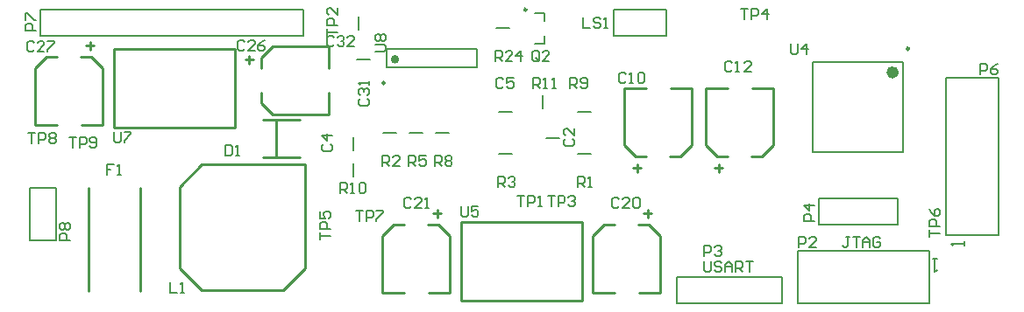
<source format=gto>
G04 Layer_Color=65535*
%FSLAX25Y25*%
%MOIN*%
G70*
G01*
G75*
%ADD25C,0.00800*%
%ADD39C,0.00984*%
%ADD40C,0.01575*%
%ADD41C,0.02362*%
%ADD42C,0.00787*%
%ADD43C,0.01000*%
D25*
X206668Y65666D02*
X206001Y64999D01*
Y63666D01*
X206668Y63000D01*
X209334D01*
X210000Y63666D01*
Y64999D01*
X209334Y65666D01*
X210000Y69665D02*
Y66999D01*
X207334Y69665D01*
X206668D01*
X206001Y68998D01*
Y67665D01*
X206668Y66999D01*
X114668Y63666D02*
X114001Y62999D01*
Y61666D01*
X114668Y61000D01*
X117333D01*
X118000Y61666D01*
Y62999D01*
X117333Y63666D01*
X118000Y66998D02*
X114001D01*
X116001Y64999D01*
Y67664D01*
X183166Y88332D02*
X182499Y88999D01*
X181167D01*
X180500Y88332D01*
Y85666D01*
X181167Y85000D01*
X182499D01*
X183166Y85666D01*
X187164Y88999D02*
X184499D01*
Y86999D01*
X185832Y87666D01*
X186498D01*
X187164Y86999D01*
Y85666D01*
X186498Y85000D01*
X185165D01*
X184499Y85666D01*
X229666Y90332D02*
X228999Y90999D01*
X227666D01*
X227000Y90332D01*
Y87666D01*
X227666Y87000D01*
X228999D01*
X229666Y87666D01*
X230999Y87000D02*
X232332D01*
X231665D01*
Y90999D01*
X230999Y90332D01*
X234331D02*
X234997Y90999D01*
X236330D01*
X236997Y90332D01*
Y87666D01*
X236330Y87000D01*
X234997D01*
X234331Y87666D01*
Y90332D01*
X270166Y94832D02*
X269499Y95499D01*
X268166D01*
X267500Y94832D01*
Y92166D01*
X268166Y91500D01*
X269499D01*
X270166Y92166D01*
X271499Y91500D02*
X272832D01*
X272165D01*
Y95499D01*
X271499Y94832D01*
X277497Y91500D02*
X274831D01*
X277497Y94166D01*
Y94832D01*
X276830Y95499D01*
X275497D01*
X274831Y94832D01*
X227166Y42832D02*
X226499Y43499D01*
X225166D01*
X224500Y42832D01*
Y40166D01*
X225166Y39500D01*
X226499D01*
X227166Y40166D01*
X231165Y39500D02*
X228499D01*
X231165Y42166D01*
Y42832D01*
X230498Y43499D01*
X229165D01*
X228499Y42832D01*
X232497D02*
X233164Y43499D01*
X234497D01*
X235163Y42832D01*
Y40166D01*
X234497Y39500D01*
X233164D01*
X232497Y40166D01*
Y42832D01*
X148166D02*
X147499Y43499D01*
X146167D01*
X145500Y42832D01*
Y40166D01*
X146167Y39500D01*
X147499D01*
X148166Y40166D01*
X152164Y39500D02*
X149499D01*
X152164Y42166D01*
Y42832D01*
X151498Y43499D01*
X150165D01*
X149499Y42832D01*
X153497Y39500D02*
X154830D01*
X154164D01*
Y43499D01*
X153497Y42832D01*
X84666Y102832D02*
X83999Y103499D01*
X82666D01*
X82000Y102832D01*
Y100166D01*
X82666Y99500D01*
X83999D01*
X84666Y100166D01*
X88665Y99500D02*
X85999D01*
X88665Y102166D01*
Y102832D01*
X87998Y103499D01*
X86665D01*
X85999Y102832D01*
X92663Y103499D02*
X91330Y102832D01*
X89997Y101499D01*
Y100166D01*
X90664Y99500D01*
X91997D01*
X92663Y100166D01*
Y100833D01*
X91997Y101499D01*
X89997D01*
X4666Y102332D02*
X3999Y102999D01*
X2667D01*
X2000Y102332D01*
Y99666D01*
X2667Y99000D01*
X3999D01*
X4666Y99666D01*
X8664Y99000D02*
X5999D01*
X8664Y101666D01*
Y102332D01*
X7998Y102999D01*
X6665D01*
X5999Y102332D01*
X9997Y102999D02*
X12663D01*
Y102332D01*
X9997Y99666D01*
Y99000D01*
X128668Y81166D02*
X128001Y80499D01*
Y79166D01*
X128668Y78500D01*
X131333D01*
X132000Y79166D01*
Y80499D01*
X131333Y81166D01*
X128668Y82499D02*
X128001Y83165D01*
Y84498D01*
X128668Y85164D01*
X129334D01*
X130001Y84498D01*
Y83832D01*
Y84498D01*
X130667Y85164D01*
X131333D01*
X132000Y84498D01*
Y83165D01*
X131333Y82499D01*
X132000Y86497D02*
Y87830D01*
Y87164D01*
X128001D01*
X128668Y86497D01*
X118666Y104324D02*
X117999Y104991D01*
X116666D01*
X116000Y104324D01*
Y101659D01*
X116666Y100992D01*
X117999D01*
X118666Y101659D01*
X119999Y104324D02*
X120665Y104991D01*
X121998D01*
X122664Y104324D01*
Y103658D01*
X121998Y102991D01*
X121332D01*
X121998D01*
X122664Y102325D01*
Y101659D01*
X121998Y100992D01*
X120665D01*
X119999Y101659D01*
X126663Y100992D02*
X123997D01*
X126663Y103658D01*
Y104324D01*
X125997Y104991D01*
X124664D01*
X123997Y104324D01*
X77500Y63499D02*
Y59500D01*
X79499D01*
X80166Y60166D01*
Y62832D01*
X79499Y63499D01*
X77500D01*
X81499Y59500D02*
X82832D01*
X82165D01*
Y63499D01*
X81499Y62832D01*
X35166Y55999D02*
X32500D01*
Y53999D01*
X33833D01*
X32500D01*
Y52000D01*
X36499D02*
X37832D01*
X37165D01*
Y55999D01*
X36499Y55332D01*
X56500Y10999D02*
Y7000D01*
X59166D01*
X60499D02*
X61832D01*
X61165D01*
Y10999D01*
X60499Y10332D01*
X213500Y111999D02*
Y108000D01*
X216166D01*
X220164Y111332D02*
X219498Y111999D01*
X218165D01*
X217499Y111332D01*
Y110666D01*
X218165Y109999D01*
X219498D01*
X220164Y109333D01*
Y108667D01*
X219498Y108000D01*
X218165D01*
X217499Y108667D01*
X221497Y108000D02*
X222830D01*
X222164D01*
Y111999D01*
X221497Y111332D01*
X314666Y28499D02*
X313333D01*
X313999D01*
Y25166D01*
X313333Y24500D01*
X312666D01*
X312000Y25166D01*
X315999Y28499D02*
X318665D01*
X317332D01*
Y24500D01*
X319997D02*
Y27166D01*
X321330Y28499D01*
X322663Y27166D01*
Y24500D01*
Y26499D01*
X319997D01*
X326662Y27832D02*
X325995Y28499D01*
X324663D01*
X323996Y27832D01*
Y25166D01*
X324663Y24500D01*
X325995D01*
X326662Y25166D01*
Y26499D01*
X325329D01*
X295500Y24500D02*
Y28499D01*
X297499D01*
X298166Y27832D01*
Y26499D01*
X297499Y25833D01*
X295500D01*
X302165Y24500D02*
X299499D01*
X302165Y27166D01*
Y27832D01*
X301498Y28499D01*
X300165D01*
X299499Y27832D01*
X259500Y18999D02*
Y15666D01*
X260166Y15000D01*
X261499D01*
X262166Y15666D01*
Y18999D01*
X266164Y18332D02*
X265498Y18999D01*
X264165D01*
X263499Y18332D01*
Y17666D01*
X264165Y16999D01*
X265498D01*
X266164Y16333D01*
Y15666D01*
X265498Y15000D01*
X264165D01*
X263499Y15666D01*
X267497Y15000D02*
Y17666D01*
X268830Y18999D01*
X270163Y17666D01*
Y15000D01*
Y16999D01*
X267497D01*
X271496Y15000D02*
Y18999D01*
X273496D01*
X274162Y18332D01*
Y16999D01*
X273496Y16333D01*
X271496D01*
X272829D02*
X274162Y15000D01*
X275495Y18999D02*
X278161D01*
X276828D01*
Y15000D01*
X259500Y21000D02*
Y24999D01*
X261499D01*
X262166Y24332D01*
Y22999D01*
X261499Y22333D01*
X259500D01*
X263499Y24332D02*
X264165Y24999D01*
X265498D01*
X266164Y24332D01*
Y23666D01*
X265498Y22999D01*
X264832D01*
X265498D01*
X266164Y22333D01*
Y21666D01*
X265498Y21000D01*
X264165D01*
X263499Y21666D01*
X301500Y34500D02*
X297501D01*
Y36499D01*
X298168Y37166D01*
X299501D01*
X300167Y36499D01*
Y34500D01*
X301500Y40498D02*
X297501D01*
X299501Y38499D01*
Y41164D01*
X364500Y90500D02*
Y94499D01*
X366499D01*
X367166Y93832D01*
Y92499D01*
X366499Y91833D01*
X364500D01*
X371164Y94499D02*
X369832Y93832D01*
X368499Y92499D01*
Y91166D01*
X369165Y90500D01*
X370498D01*
X371164Y91166D01*
Y91833D01*
X370498Y92499D01*
X368499D01*
X5500Y107000D02*
X1501D01*
Y108999D01*
X2168Y109666D01*
X3501D01*
X4167Y108999D01*
Y107000D01*
X1501Y110999D02*
Y113664D01*
X2168D01*
X4834Y110999D01*
X5500D01*
X18500Y27000D02*
X14501D01*
Y28999D01*
X15168Y29666D01*
X16501D01*
X17167Y28999D01*
Y27000D01*
X15168Y30999D02*
X14501Y31665D01*
Y32998D01*
X15168Y33665D01*
X15834D01*
X16501Y32998D01*
X17167Y33665D01*
X17833D01*
X18500Y32998D01*
Y31665D01*
X17833Y30999D01*
X17167D01*
X16501Y31665D01*
X15834Y30999D01*
X15168D01*
X16501Y31665D02*
Y32998D01*
X196666Y96166D02*
Y98832D01*
X195999Y99499D01*
X194667D01*
X194000Y98832D01*
Y96166D01*
X194667Y95500D01*
X195999D01*
X195333Y96833D02*
X196666Y95500D01*
X195999D02*
X196666Y96166D01*
X200664Y95500D02*
X197999D01*
X200664Y98166D01*
Y98832D01*
X199998Y99499D01*
X198665D01*
X197999Y98832D01*
X211500Y47500D02*
Y51499D01*
X213499D01*
X214166Y50832D01*
Y49499D01*
X213499Y48833D01*
X211500D01*
X212833D02*
X214166Y47500D01*
X215499D02*
X216832D01*
X216165D01*
Y51499D01*
X215499Y50832D01*
X137000Y55500D02*
Y59499D01*
X138999D01*
X139666Y58832D01*
Y57499D01*
X138999Y56833D01*
X137000D01*
X138333D02*
X139666Y55500D01*
X143665D02*
X140999D01*
X143665Y58166D01*
Y58832D01*
X142998Y59499D01*
X141665D01*
X140999Y58832D01*
X181000Y47500D02*
Y51499D01*
X182999D01*
X183666Y50832D01*
Y49499D01*
X182999Y48833D01*
X181000D01*
X182333D02*
X183666Y47500D01*
X184999Y50832D02*
X185665Y51499D01*
X186998D01*
X187664Y50832D01*
Y50166D01*
X186998Y49499D01*
X186332D01*
X186998D01*
X187664Y48833D01*
Y48166D01*
X186998Y47500D01*
X185665D01*
X184999Y48166D01*
X147000Y55500D02*
Y59499D01*
X148999D01*
X149666Y58832D01*
Y57499D01*
X148999Y56833D01*
X147000D01*
X148333D02*
X149666Y55500D01*
X153665Y59499D02*
X150999D01*
Y57499D01*
X152332Y58166D01*
X152998D01*
X153665Y57499D01*
Y56166D01*
X152998Y55500D01*
X151665D01*
X150999Y56166D01*
X157000Y55500D02*
Y59499D01*
X158999D01*
X159666Y58832D01*
Y57499D01*
X158999Y56833D01*
X157000D01*
X158333D02*
X159666Y55500D01*
X160999Y58832D02*
X161665Y59499D01*
X162998D01*
X163664Y58832D01*
Y58166D01*
X162998Y57499D01*
X163664Y56833D01*
Y56166D01*
X162998Y55500D01*
X161665D01*
X160999Y56166D01*
Y56833D01*
X161665Y57499D01*
X160999Y58166D01*
Y58832D01*
X161665Y57499D02*
X162998D01*
X208500Y85000D02*
Y88999D01*
X210499D01*
X211166Y88332D01*
Y86999D01*
X210499Y86333D01*
X208500D01*
X209833D02*
X211166Y85000D01*
X212499Y85666D02*
X213165Y85000D01*
X214498D01*
X215164Y85666D01*
Y88332D01*
X214498Y88999D01*
X213165D01*
X212499Y88332D01*
Y87666D01*
X213165Y86999D01*
X215164D01*
X121000Y45000D02*
Y48999D01*
X122999D01*
X123666Y48332D01*
Y46999D01*
X122999Y46333D01*
X121000D01*
X122333D02*
X123666Y45000D01*
X124999D02*
X126332D01*
X125665D01*
Y48999D01*
X124999Y48332D01*
X128331D02*
X128997Y48999D01*
X130330D01*
X130997Y48332D01*
Y45666D01*
X130330Y45000D01*
X128997D01*
X128331Y45666D01*
Y48332D01*
X194500Y85000D02*
Y88999D01*
X196499D01*
X197166Y88332D01*
Y86999D01*
X196499Y86333D01*
X194500D01*
X195833D02*
X197166Y85000D01*
X198499D02*
X199832D01*
X199165D01*
Y88999D01*
X198499Y88332D01*
X201831Y85000D02*
X203164D01*
X202497D01*
Y88999D01*
X201831Y88332D01*
X180000Y95500D02*
Y99499D01*
X181999D01*
X182666Y98832D01*
Y97499D01*
X181999Y96833D01*
X180000D01*
X181333D02*
X182666Y95500D01*
X186664D02*
X183999D01*
X186664Y98166D01*
Y98832D01*
X185998Y99499D01*
X184665D01*
X183999Y98832D01*
X189997Y95500D02*
Y99499D01*
X187997Y97499D01*
X190663D01*
X188500Y43999D02*
X191166D01*
X189833D01*
Y40000D01*
X192499D02*
Y43999D01*
X194498D01*
X195165Y43332D01*
Y41999D01*
X194498Y41333D01*
X192499D01*
X196497Y40000D02*
X197830D01*
X197164D01*
Y43999D01*
X196497Y43332D01*
X116001Y105000D02*
Y107666D01*
Y106333D01*
X120000D01*
Y108999D02*
X116001D01*
Y110998D01*
X116668Y111664D01*
X118001D01*
X118667Y110998D01*
Y108999D01*
X120000Y115663D02*
Y112997D01*
X117334Y115663D01*
X116668D01*
X116001Y114997D01*
Y113664D01*
X116668Y112997D01*
X200000Y43999D02*
X202666D01*
X201333D01*
Y40000D01*
X203999D02*
Y43999D01*
X205998D01*
X206664Y43332D01*
Y41999D01*
X205998Y41333D01*
X203999D01*
X207997Y43332D02*
X208664Y43999D01*
X209997D01*
X210663Y43332D01*
Y42666D01*
X209997Y41999D01*
X209330D01*
X209997D01*
X210663Y41333D01*
Y40666D01*
X209997Y40000D01*
X208664D01*
X207997Y40666D01*
X273500Y115499D02*
X276166D01*
X274833D01*
Y111500D01*
X277499D02*
Y115499D01*
X279498D01*
X280165Y114832D01*
Y113499D01*
X279498Y112833D01*
X277499D01*
X283497Y111500D02*
Y115499D01*
X281497Y113499D01*
X284163D01*
X113501Y27500D02*
Y30166D01*
Y28833D01*
X117500D01*
Y31499D02*
X113501D01*
Y33498D01*
X114168Y34165D01*
X115501D01*
X116167Y33498D01*
Y31499D01*
X113501Y38163D02*
Y35497D01*
X115501D01*
X114834Y36830D01*
Y37497D01*
X115501Y38163D01*
X116833D01*
X117500Y37497D01*
Y36164D01*
X116833Y35497D01*
X345001Y28500D02*
Y31166D01*
Y29833D01*
X349000D01*
Y32499D02*
X345001D01*
Y34498D01*
X345668Y35164D01*
X347001D01*
X347667Y34498D01*
Y32499D01*
X345001Y39163D02*
X345668Y37830D01*
X347001Y36497D01*
X348334D01*
X349000Y37164D01*
Y38497D01*
X348334Y39163D01*
X347667D01*
X347001Y38497D01*
Y36497D01*
X127000Y38499D02*
X129666D01*
X128333D01*
Y34500D01*
X130999D02*
Y38499D01*
X132998D01*
X133665Y37832D01*
Y36499D01*
X132998Y35833D01*
X130999D01*
X134997Y38499D02*
X137663D01*
Y37832D01*
X134997Y35166D01*
Y34500D01*
X2500Y67999D02*
X5166D01*
X3833D01*
Y64000D01*
X6499D02*
Y67999D01*
X8498D01*
X9165Y67332D01*
Y65999D01*
X8498Y65333D01*
X6499D01*
X10497Y67332D02*
X11164Y67999D01*
X12497D01*
X13163Y67332D01*
Y66666D01*
X12497Y65999D01*
X13163Y65333D01*
Y64666D01*
X12497Y64000D01*
X11164D01*
X10497Y64666D01*
Y65333D01*
X11164Y65999D01*
X10497Y66666D01*
Y67332D01*
X11164Y65999D02*
X12497D01*
X18000Y66499D02*
X20666D01*
X19333D01*
Y62500D01*
X21999D02*
Y66499D01*
X23998D01*
X24665Y65832D01*
Y64499D01*
X23998Y63833D01*
X21999D01*
X25997Y63166D02*
X26664Y62500D01*
X27997D01*
X28663Y63166D01*
Y65832D01*
X27997Y66499D01*
X26664D01*
X25997Y65832D01*
Y65166D01*
X26664Y64499D01*
X28663D01*
X292500Y101999D02*
Y98666D01*
X293166Y98000D01*
X294499D01*
X295166Y98666D01*
Y101999D01*
X298498Y98000D02*
Y101999D01*
X296499Y99999D01*
X299165D01*
X167000Y39999D02*
Y36666D01*
X167666Y36000D01*
X168999D01*
X169666Y36666D01*
Y39999D01*
X173664D02*
X170999D01*
Y37999D01*
X172332Y38666D01*
X172998D01*
X173664Y37999D01*
Y36666D01*
X172998Y36000D01*
X171665D01*
X170999Y36666D01*
X35000Y68499D02*
Y65166D01*
X35666Y64500D01*
X36999D01*
X37666Y65166D01*
Y68499D01*
X38999D02*
X41664D01*
Y67832D01*
X38999Y65166D01*
Y64500D01*
X134501Y99000D02*
X137833D01*
X138500Y99666D01*
Y100999D01*
X137833Y101666D01*
X134501D01*
X135168Y102999D02*
X134501Y103665D01*
Y104998D01*
X135168Y105665D01*
X135834D01*
X136501Y104998D01*
X137167Y105665D01*
X137833D01*
X138500Y104998D01*
Y103665D01*
X137833Y102999D01*
X137167D01*
X136501Y103665D01*
X135834Y102999D01*
X135168D01*
X136501Y103665D02*
Y104998D01*
X358417Y25055D02*
Y26721D01*
Y25888D01*
X353419D01*
X354252Y25055D01*
X348000Y20000D02*
X346334D01*
X347167D01*
Y15002D01*
X348000Y15835D01*
D39*
X138146Y87102D02*
G03*
X138146Y87102I-492J0D01*
G01*
X192063Y115087D02*
G03*
X192063Y115087I-492J0D01*
G01*
X337488Y100244D02*
G03*
X337488Y100244I-492J0D01*
G01*
D40*
X142811Y96157D02*
G03*
X142811Y96157I-787J0D01*
G01*
D41*
X332370Y91189D02*
G03*
X332370Y91189I-1181J0D01*
G01*
D42*
X127441Y96000D02*
X132559D01*
X351417Y29055D02*
X371417D01*
X351417D02*
Y89055D01*
X371417D01*
Y29055D02*
Y89055D01*
X3000Y27000D02*
Y47000D01*
Y27000D02*
X13000D01*
Y47000D01*
X3000D02*
X13000D01*
X107000Y105000D02*
Y115000D01*
X7000Y105000D02*
X107000D01*
X7000D02*
Y115000D01*
X14500D01*
X107000D01*
X128000Y107441D02*
Y112559D01*
X138874Y93008D02*
X173126D01*
X138874Y100094D02*
X173126D01*
X138874Y93008D02*
Y100094D01*
X173126Y93008D02*
Y100094D01*
X137441Y68000D02*
X142559D01*
X147441D02*
X152559D01*
X157441D02*
X162559D01*
X126000Y51441D02*
Y56559D01*
Y61441D02*
Y66559D01*
X181441Y60000D02*
X186559D01*
X181441Y76000D02*
X186559D01*
X198000Y77441D02*
Y82559D01*
X211441Y76000D02*
X216559D01*
X199441Y66000D02*
X204559D01*
X211441Y60000D02*
X216559D01*
X225000Y115000D02*
X245000D01*
X225000Y105000D02*
Y115000D01*
Y105000D02*
X245000D01*
Y115000D01*
X195213Y102094D02*
X198756D01*
Y105244D01*
X195213Y113906D02*
X198756D01*
Y110756D02*
Y113906D01*
X180441Y108000D02*
X185559D01*
X300874Y95126D02*
X335126D01*
X300874Y60874D02*
X335126D01*
Y95126D01*
X300874Y60874D02*
Y95126D01*
X303000Y33000D02*
Y43000D01*
X333000D01*
Y33000D02*
Y43000D01*
X303000Y33000D02*
X333000D01*
X295000Y3000D02*
Y23000D01*
X345000Y3000D02*
Y23000D01*
X295000Y3000D02*
X345000D01*
X295000Y23000D02*
X345000D01*
X289000Y3000D02*
Y13000D01*
X249000Y3000D02*
X289000D01*
X249000Y13000D02*
X289000D01*
X249000Y3000D02*
Y13000D01*
D43*
X25591Y7874D02*
Y47244D01*
X45276Y7874D02*
Y47244D01*
X60059Y16410D02*
X68410Y8059D01*
X60059Y16410D02*
Y47590D01*
X68410Y55941D01*
Y8059D02*
X99590D01*
X68410Y55941D02*
X107941Y55941D01*
X99590Y8059D02*
X107941Y16410D01*
X107941Y55941D02*
X107941Y16410D01*
X9339Y96992D02*
X13350D01*
X5008Y92661D02*
X9339Y96992D01*
X5008Y71008D02*
Y92661D01*
X22650Y96992D02*
X26661D01*
X30992Y92661D01*
Y71008D02*
Y92661D01*
X26000Y99843D02*
Y102842D01*
X24500Y101342D02*
X27500D01*
X22665Y71008D02*
X30992D01*
X5008D02*
X13335D01*
X35000Y70000D02*
X81000D01*
X35000D02*
Y100000D01*
X81000Y70000D02*
Y100000D01*
X35000D02*
X81000D01*
X91008Y79339D02*
Y83350D01*
Y79339D02*
X95339Y75008D01*
X116992D01*
X91008Y92650D02*
Y96661D01*
X95339Y100992D01*
X116992D01*
X85158Y96000D02*
X88157D01*
X86658Y94500D02*
Y97500D01*
X116992Y92665D02*
Y100992D01*
Y75008D02*
Y83335D01*
X96709Y58913D02*
Y73087D01*
X91716Y58913D02*
X105748D01*
X91716Y73087D02*
X105748D01*
X141339Y32992D02*
X145350D01*
X137008Y28661D02*
X141339Y32992D01*
X137008Y7008D02*
Y28661D01*
X154650Y32992D02*
X158661D01*
X162992Y28661D01*
Y7008D02*
Y28661D01*
X158000Y35842D02*
Y38842D01*
X156500Y37343D02*
X159500D01*
X154665Y7008D02*
X162992D01*
X137008D02*
X145335D01*
X167000Y4000D02*
X213000D01*
X167000D02*
Y34000D01*
X213000Y4000D02*
Y34000D01*
X167000D02*
X213000D01*
X221339Y32992D02*
X225350D01*
X217008Y28661D02*
X221339Y32992D01*
X217008Y7008D02*
Y28661D01*
X234650Y32992D02*
X238661D01*
X242992Y28661D01*
Y7008D02*
Y28661D01*
X238000Y35842D02*
Y38842D01*
X236500Y37343D02*
X239500D01*
X234665Y7008D02*
X242992D01*
X217008D02*
X225335D01*
X246650Y59008D02*
X250661D01*
X254992Y63339D01*
Y84992D01*
X233339Y59008D02*
X237350D01*
X229008Y63339D02*
X233339Y59008D01*
X229008Y63339D02*
Y84992D01*
X234000Y53158D02*
Y56157D01*
X232500Y54658D02*
X235500D01*
X229008Y84992D02*
X237335D01*
X246665D02*
X254992D01*
X277650Y59008D02*
X281661D01*
X285992Y63339D01*
Y84992D01*
X264339Y59008D02*
X268350D01*
X260008Y63339D02*
X264339Y59008D01*
X260008Y63339D02*
Y84992D01*
X265000Y53158D02*
Y56157D01*
X263500Y54658D02*
X266500D01*
X260008Y84992D02*
X268335D01*
X277665D02*
X285992D01*
M02*

</source>
